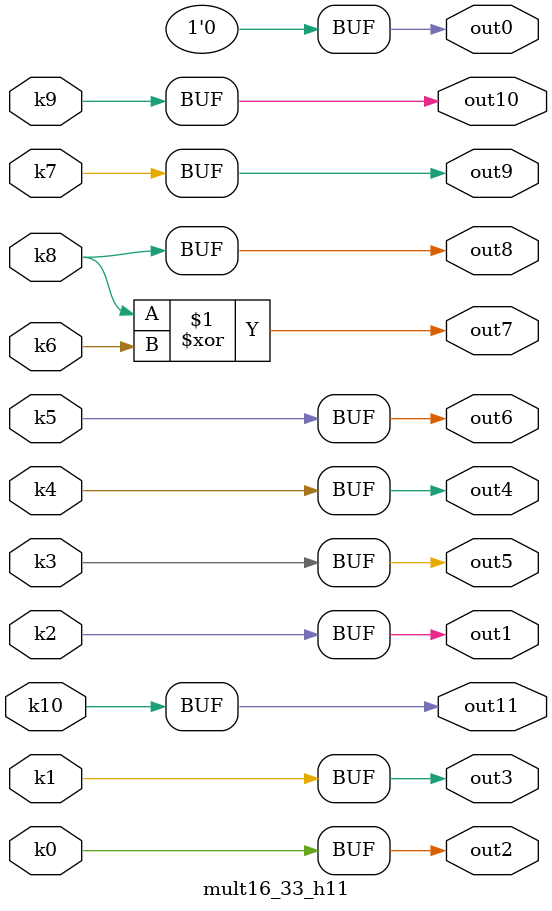
<source format=v>
module mult16_33(pi0, pi1, pi2, pi3, pi4, pi5, pi6, pi7, po00, po01, po02, po03, po04, po05, po06, po07, po08, po09, po10, po11);
input pi0, pi1, pi2, pi3, pi4, pi5, pi6, pi7;
output po00, po01, po02, po03, po04, po05, po06, po07, po08, po09, po10, po11;
wire k00, k01, k02, k03, k04, k05, k06, k07, k08, k09, k10;
mult16_33_w11 DUT1 (pi0, pi1, pi2, pi3, pi4, pi5, pi6, pi7, k00, k01, k02, k03, k04, k05, k06, k07, k08, k09, k10);
mult16_33_h11 DUT2 (k00, k01, k02, k03, k04, k05, k06, k07, k08, k09, k10, po00, po01, po02, po03, po04, po05, po06, po07, po08, po09, po10, po11);
endmodule

module mult16_33_w11(in7, in6, in5, in4, in3, in2, in1, in0, k10, k9, k8, k7, k6, k5, k4, k3, k2, k1, k0);
input in7, in6, in5, in4, in3, in2, in1, in0;
output k10, k9, k8, k7, k6, k5, k4, k3, k2, k1, k0;
assign k0 =   (in5 & in0 & ((in2 & in3 & (in4 ^ in1)) | (in4 & in1 & ~in3))) | (in2 & in4 & in1 & ~in0 & in3);
assign k1 =   in0 & in1 & in3 & in4;
assign k2 =   (in5 | ((in2 | ~in3 | ~in0 | ~in4 | ~in1) & (in4 | in1))) & (~in2 | ((~in5 | ((~in0 | in4 | ~in1) & (~in3 | ~in4 | in1))) & (in0 | ~in4))) & (in0 | (in3 & in1)) & (in3 | (in4 & (~in5 | ~in1))) & (in2 | in4 | in1);
assign k3 =   (in0 & ((in2 & in4 & ((in3 & ((in5 & in1) | (in6 & ~in5 & ~in1))) | (in6 & ~in3 & (in5 ^ in1)))) | (in6 & in5 & in1 & ~in4 & (~in3 | ~in2)))) | (~in3 & in2 & in5 & in1 & ~in0 & in4);
assign k4 =   (in2 & (in3 ? ((in6 & in1 & (~in4 | (~in5 & in0))) | (~in5 & (~in4 | (~in6 & ~in1))) | (~in0 & (in5 | ~in1))) : (in0 & ((~in6 & (in5 | (in4 & in1))) | (in4 & ((in5 & in1) | (in6 & ~in5 & ~in1))))))) | (in4 & ((in6 & ((in3 & in5 & in0 & ~in1) | (in1 & ~in2))) | (in1 & ((~in5 & (~in2 | (~in3 & ~in0))) | (~in0 & ~in2))))) | (in5 & in0 & ((~in4 & ((~in3 & ~in1) | (~in6 & ~in2))) | (~in1 & ~in2)));
assign k5 =   ((~in4 | ~in2) & ((in6 & in0 & (~in5 | ~in1)) | (in5 & in1 & (~in6 | ~in0)))) | (in4 & in2 & (((~in5 | ~in1) & (~in6 | ~in0)) | (in6 & in5 & in1 & in0)));
assign k6 =   (~in7 | ~in0) & (~in6 | ~in1) & (~in2 | ~in5);
assign k7 =   in1 & in6;
assign k8 =   ((~in5 | ~in2) & ((in7 & in0 & (~in6 | ~in1)) | (in6 & in1 & (~in7 | ~in0)))) | (in5 & in2 & (((~in6 | ~in1) & (~in7 | ~in0)) | (in7 & in6 & in1 & in0)));
assign k9 =   in5;
assign k10 =   in6;
endmodule

module mult16_33_h11(k10, k9, k8, k7, k6, k5, k4, k3, k2, k1, k0, out11, out10, out9, out8, out7, out6, out5, out4, out3, out2, out1, out0);
input k10, k9, k8, k7, k6, k5, k4, k3, k2, k1, k0;
output out11, out10, out9, out8, out7, out6, out5, out4, out3, out2, out1, out0;
assign out0 = 0;
assign out1 = k2;
assign out2 = k0;
assign out3 = k1;
assign out4 = k4;
assign out5 = k3;
assign out6 = k5;
assign out7 = k8 ^ k6;
assign out8 = k8;
assign out9 = k7;
assign out10 = k9;
assign out11 = k10;
endmodule

</source>
